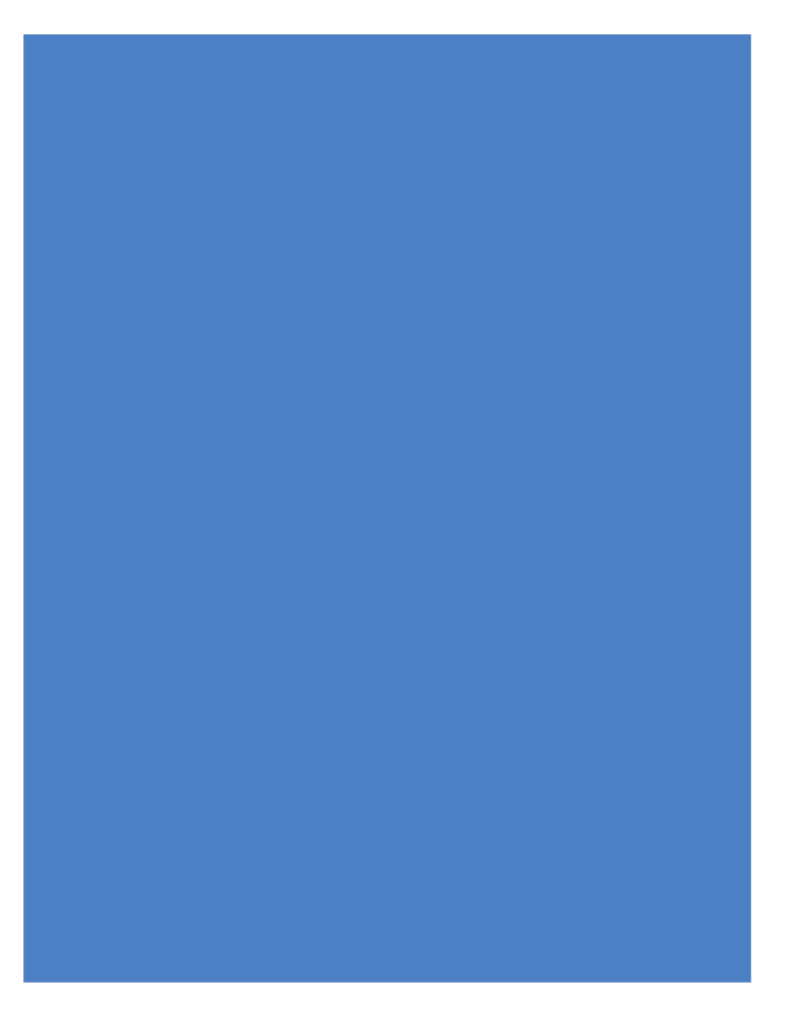
<source format=kicad_pcb>
(kicad_pcb (version 20221018) (generator pcbnew)
  (layers (0 "F.Cu" signal) (31 "B.Cu" signal) (34 "B.Paste" user) (35 "F.Paste" user) (36 "B.SilkS" user "B.Silkscreen") (37 "F.SilkS" user "F.Silkscreen") (38 "B.Mask" user) (39 "F.Mask" user) (44 "Edge.Cuts" user))
  (net 0 "")
  (footprint "ZX80:ZX80_Foil_Front" (layer "F.Cu") (at 86.76 101.6)
    (fp_text reference "Front")
    (fp_text value "Front" hide)
  )
  (footprint "ZX80:ZX80_Foil_Back" (layer "F.Cu") (at 87.63 101.6)
    (fp_text reference "Back")
    (fp_text value "Back" hide)
  )
  (gr_rect (start 7.62 0) (end 162.377336 201.560023) (stroke (width 0.1)) (fill none) (layer "Edge.Cuts"))
  (zone (net 0) (net_name "") (layers "F&B.Cu") (connect_pads (clearance 0.5)) (min_thickness 0.25) (fill yes (thermal_gap 0.5) (thermal_bridge_width 0.5) (island_removal_mode 1) (island_area_min 10))
    (polygon (pts (xy 7.62 0) (xy 162.56 0) (xy 162.56 201.93) (xy 7.62 201.93)))
  )
)
</source>
